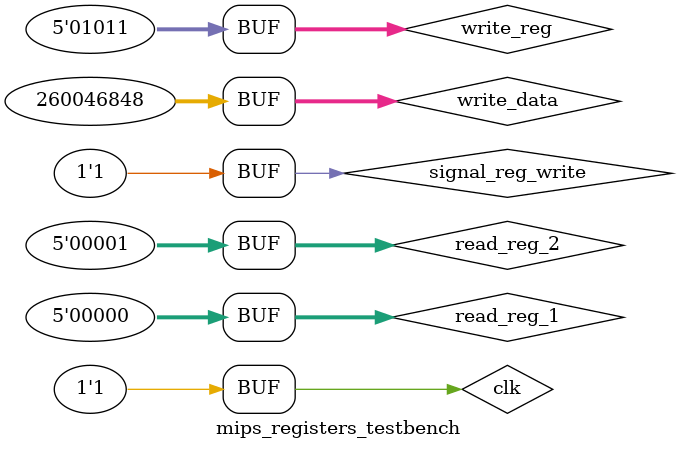
<source format=v>
`define DELAY 20

module mips_registers_testbench(); 

	wire [31:0] read_data_1, read_data_2;
	reg[31:0] write_data;
	reg [4:0] read_reg_1, read_reg_2, write_reg;
	reg signal_reg_write, clk;

	mips_registers reg0 ( read_data_1, read_data_2, write_data, read_reg_1, read_reg_2, write_reg, signal_reg_write, clk );


	initial begin
		write_data = 32'b00001111100000000000000000000000; read_reg_1 = 00000; read_reg_2 = 00001; write_reg=00011; signal_reg_write=0; clk=0; 
		#`DELAY;
		write_data = 32'b00001111100000000000000000000000; read_reg_1 = 00000; read_reg_2 = 00001; write_reg=00011; signal_reg_write=1; clk=1; 
		#`DELAY;

	end
	 
	 
	initial
	begin
		$monitor("data1 = %32b \ndata2 = %32b \n\n", read_data_1, read_data_2);
	end
 
endmodule

</source>
